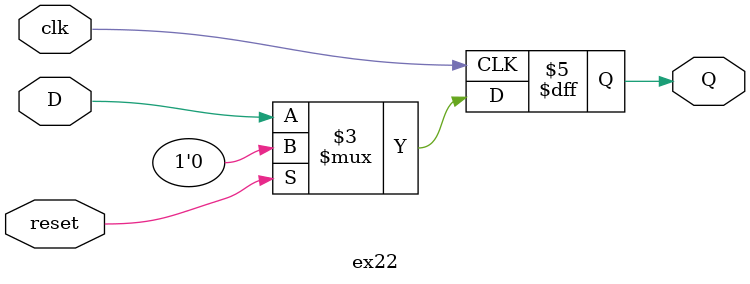
<source format=v>
module ex22(
    input D,
    input clk,
    input reset,
    output reg Q
);

always @(posedge clk) begin
    if (reset)
        Q <= 1'b0;
    else
        Q <= D;
end
endmodule


</source>
